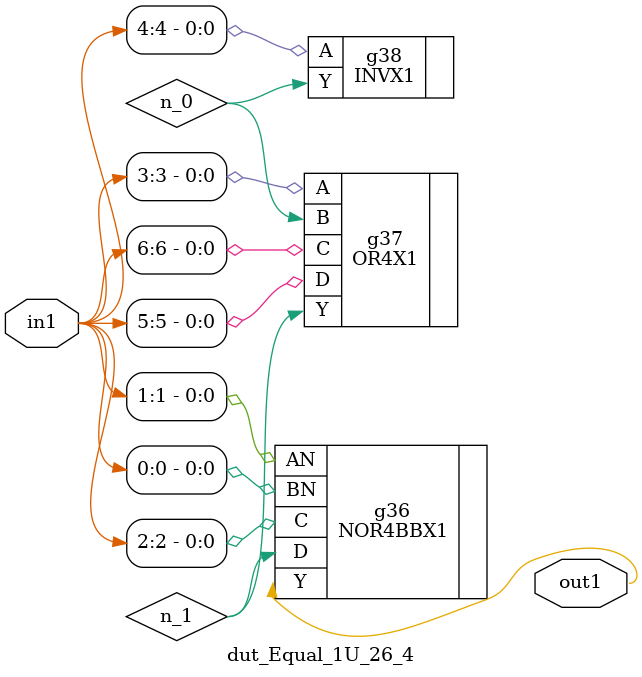
<source format=v>
`timescale 1ps / 1ps


module dut_Equal_1U_26_4(in1, out1);
  input [6:0] in1;
  output out1;
  wire [6:0] in1;
  wire out1;
  wire n_0, n_1;
  NOR4BBX1 g36(.AN (in1[1]), .BN (in1[0]), .C (in1[2]), .D (n_1), .Y
       (out1));
  OR4X1 g37(.A (in1[3]), .B (n_0), .C (in1[6]), .D (in1[5]), .Y (n_1));
  INVX1 g38(.A (in1[4]), .Y (n_0));
endmodule



</source>
